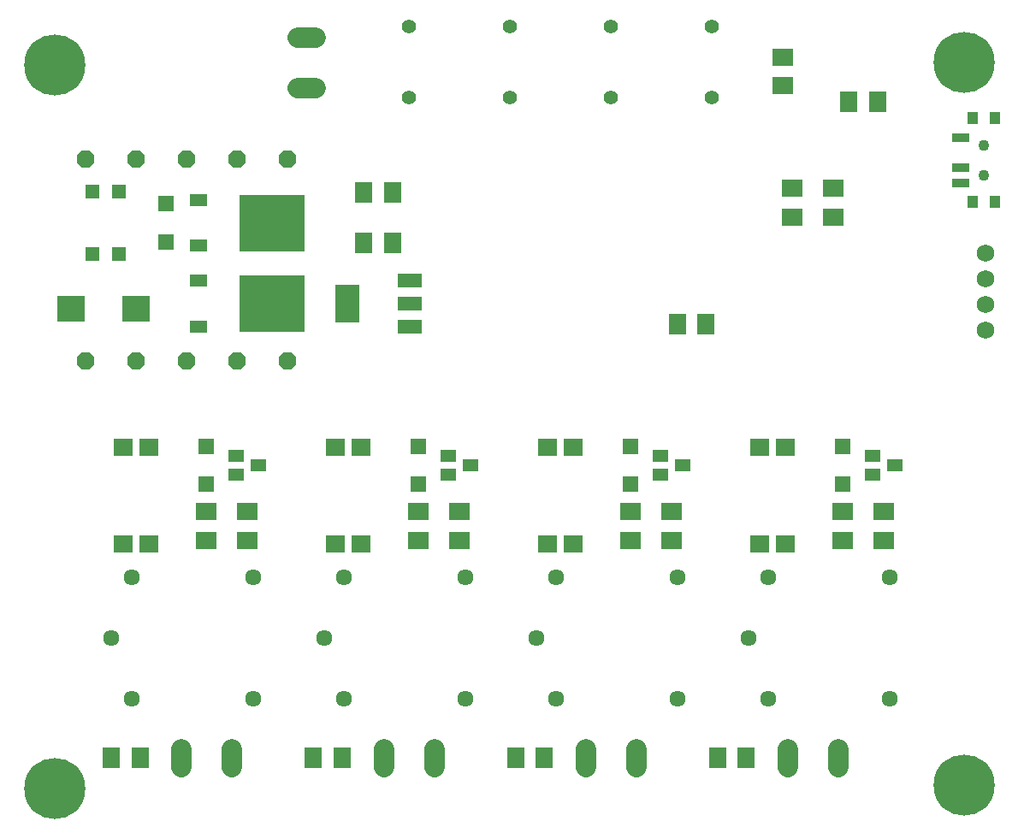
<source format=gbr>
G04 EAGLE Gerber RS-274X export*
G75*
%MOMM*%
%FSLAX34Y34*%
%LPD*%
%INSoldermask Bottom*%
%IPPOS*%
%AMOC8*
5,1,8,0,0,1.08239X$1,22.5*%
G01*
%ADD10P,1.852186X8X22.500000*%
%ADD11R,1.403200X1.403200*%
%ADD12R,2.438400X1.422400*%
%ADD13R,2.403200X3.803200*%
%ADD14R,1.803200X2.006200*%
%ADD15R,2.006200X1.803200*%
%ADD16R,2.803200X2.603200*%
%ADD17R,6.403200X5.603200*%
%ADD18R,1.803200X1.203200*%
%ADD19R,1.603200X1.603200*%
%ADD20C,1.611200*%
%ADD21R,1.983200X1.753200*%
%ADD22R,1.603200X1.203200*%
%ADD23C,1.727200*%
%ADD24R,1.003200X1.203200*%
%ADD25R,1.703200X0.903200*%
%ADD26C,1.103200*%
%ADD27C,6.045200*%
%ADD28C,1.403200*%
%ADD29C,1.993900*%


D10*
X80000Y453000D03*
X280000Y453000D03*
X280000Y653000D03*
X230000Y653000D03*
X130000Y653000D03*
X80000Y653000D03*
X180000Y653000D03*
X130000Y453000D03*
X180000Y453000D03*
X230000Y453000D03*
D11*
X87000Y559500D03*
X113000Y559500D03*
X113000Y620500D03*
X87000Y620500D03*
D12*
X400988Y533114D03*
X400988Y510000D03*
X400988Y486886D03*
D13*
X339010Y510000D03*
D14*
X384220Y620000D03*
X355780Y620000D03*
D15*
X820000Y624220D03*
X820000Y595780D03*
D16*
X130000Y505000D03*
X66000Y505000D03*
D14*
X384220Y570000D03*
X355780Y570000D03*
D15*
X780000Y624220D03*
X780000Y595780D03*
X770000Y725780D03*
X770000Y754220D03*
D17*
X265000Y510000D03*
D18*
X192000Y487200D03*
X192000Y532800D03*
D19*
X160000Y609000D03*
X160000Y571000D03*
D14*
X864220Y710000D03*
X835780Y710000D03*
D17*
X265000Y590000D03*
D18*
X192000Y567200D03*
X192000Y612800D03*
D20*
X246100Y118800D03*
X126100Y238800D03*
X106100Y178800D03*
X246100Y238800D03*
X126100Y118800D03*
X456100Y118800D03*
X336100Y238800D03*
X316100Y178800D03*
X456100Y238800D03*
X336100Y118800D03*
X666100Y118800D03*
X546100Y238800D03*
X526100Y178800D03*
X666100Y238800D03*
X546100Y118800D03*
X876100Y118800D03*
X756100Y238800D03*
X736100Y178800D03*
X876100Y238800D03*
X756100Y118800D03*
D21*
X117300Y367700D03*
X142700Y367700D03*
X142700Y272300D03*
X117300Y272300D03*
D22*
X251000Y350000D03*
X229000Y359500D03*
X229000Y340500D03*
D19*
X200000Y331000D03*
X200000Y369000D03*
D15*
X200000Y275780D03*
X200000Y304220D03*
D21*
X327300Y367700D03*
X352700Y367700D03*
X352700Y272300D03*
X327300Y272300D03*
D22*
X461000Y350000D03*
X439000Y359500D03*
X439000Y340500D03*
D19*
X410000Y331000D03*
X410000Y369000D03*
D15*
X410000Y275780D03*
X410000Y304220D03*
D21*
X537300Y367700D03*
X562700Y367700D03*
X562700Y272300D03*
X537300Y272300D03*
D22*
X671000Y350000D03*
X649000Y359500D03*
X649000Y340500D03*
D19*
X620000Y331000D03*
X620000Y369000D03*
D15*
X620000Y275780D03*
X620000Y304220D03*
D21*
X747300Y367700D03*
X772700Y367700D03*
X772700Y272300D03*
X747300Y272300D03*
D22*
X881000Y350000D03*
X859000Y359500D03*
X859000Y340500D03*
D19*
X830000Y331000D03*
X830000Y369000D03*
D15*
X830000Y275780D03*
X830000Y304220D03*
X240000Y275780D03*
X240000Y304220D03*
X450000Y275780D03*
X450000Y304220D03*
X660000Y275780D03*
X660000Y304220D03*
X870000Y275780D03*
X870000Y304220D03*
D23*
X971000Y483900D03*
X971000Y509300D03*
X971000Y534700D03*
X971000Y560100D03*
D14*
X665780Y490000D03*
X694220Y490000D03*
D24*
X958000Y693500D03*
X980000Y693500D03*
X980000Y610500D03*
X958000Y610500D03*
D25*
X946500Y674500D03*
X946500Y644500D03*
X946500Y629500D03*
D26*
X969000Y667000D03*
X969000Y637000D03*
D27*
X50000Y30000D03*
X950000Y33000D03*
X50000Y746000D03*
X950000Y749000D03*
D28*
X700000Y784000D03*
X700000Y714000D03*
X600000Y784000D03*
X600000Y714000D03*
X500000Y784000D03*
X500000Y714000D03*
X400000Y784000D03*
X400000Y714000D03*
D14*
X134220Y60000D03*
X105780Y60000D03*
X334220Y60000D03*
X305780Y60000D03*
X534220Y60000D03*
X505780Y60000D03*
X734220Y60000D03*
X705780Y60000D03*
D29*
X308411Y773648D02*
X290504Y773648D01*
X290504Y723648D02*
X308411Y723648D01*
X224728Y69271D02*
X224728Y51364D01*
X174728Y51364D02*
X174728Y69271D01*
X425778Y69271D02*
X425778Y51364D01*
X375778Y51364D02*
X375778Y69271D01*
X625506Y69271D02*
X625506Y51364D01*
X575506Y51364D02*
X575506Y69271D01*
X825234Y69271D02*
X825234Y51364D01*
X775234Y51364D02*
X775234Y69271D01*
M02*

</source>
